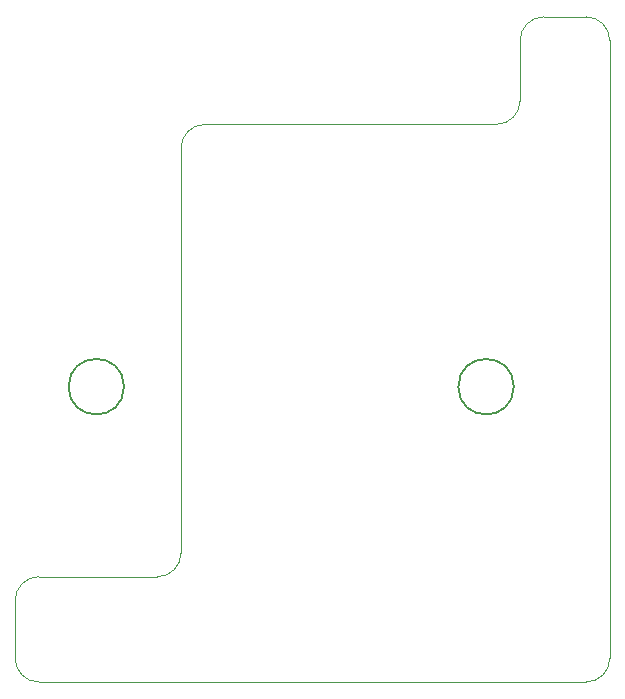
<source format=gbr>
G04 #@! TF.GenerationSoftware,KiCad,Pcbnew,9.0.3*
G04 #@! TF.CreationDate,2026-01-28T23:02:46+01:00*
G04 #@! TF.ProjectId,CM5IO_top,434d3549-4f5f-4746-9f70-2e6b69636164,rev?*
G04 #@! TF.SameCoordinates,Original*
G04 #@! TF.FileFunction,Other,Comment*
%FSLAX46Y46*%
G04 Gerber Fmt 4.6, Leading zero omitted, Abs format (unit mm)*
G04 Created by KiCad (PCBNEW 9.0.3) date 2026-01-28 23:02:46*
%MOMM*%
%LPD*%
G01*
G04 APERTURE LIST*
%ADD10C,0.150000*%
G04 #@! TA.AperFunction,Profile*
%ADD11C,0.050000*%
G04 #@! TD*
G04 APERTURE END LIST*
D10*
X164850000Y-121500000D02*
G75*
G02*
X160150000Y-121500000I-2350000J0D01*
G01*
X160150000Y-121500000D02*
G75*
G02*
X164850000Y-121500000I2350000J0D01*
G01*
X197850000Y-121500000D02*
G75*
G02*
X193150000Y-121500000I-2350000J0D01*
G01*
X193150000Y-121500000D02*
G75*
G02*
X197850000Y-121500000I2350000J0D01*
G01*
D11*
X205975958Y-144508558D02*
G75*
G02*
X203975958Y-146508658I-2000058J-42D01*
G01*
X198381400Y-92190200D02*
G75*
G02*
X200381400Y-90190200I2000000J0D01*
G01*
X205974864Y-92190158D02*
X205975958Y-144508558D01*
X169679400Y-101290400D02*
G75*
G02*
X171679400Y-99290400I2000000J0D01*
G01*
X155633209Y-144508599D02*
X155633210Y-139588499D01*
X169679400Y-135588500D02*
X169679400Y-101290400D01*
X171679400Y-99290400D02*
X196381400Y-99290400D01*
X157633210Y-137588500D02*
X167679400Y-137588500D01*
X200381400Y-90190200D02*
X203974864Y-90190200D01*
X155633210Y-139588499D02*
G75*
G02*
X157633210Y-137588510I1999990J-1D01*
G01*
X198381400Y-97290400D02*
G75*
G02*
X196381400Y-99290400I-2000000J0D01*
G01*
X169679400Y-135588500D02*
G75*
G02*
X167679400Y-137588500I-2000000J0D01*
G01*
X157633209Y-146508600D02*
G75*
G02*
X155633200Y-144508599I-9J2000000D01*
G01*
X198381400Y-97290400D02*
X198381400Y-92190200D01*
X203975958Y-146508600D02*
X157633209Y-146508600D01*
X203974864Y-90190200D02*
G75*
G02*
X205974900Y-92190158I36J-2000000D01*
G01*
M02*

</source>
